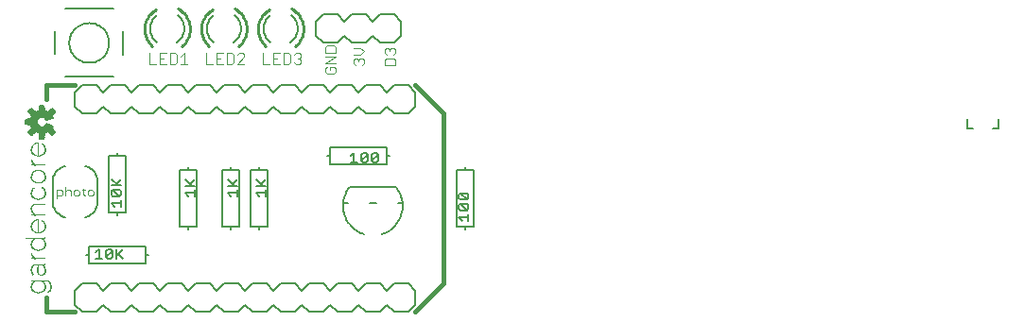
<source format=gto>
G75*
%MOIN*%
%OFA0B0*%
%FSLAX24Y24*%
%IPPOS*%
%LPD*%
%AMOC8*
5,1,8,0,0,1.08239X$1,22.5*
%
%ADD10C,0.0160*%
%ADD11C,0.0030*%
%ADD12R,0.0005X0.0080*%
%ADD13R,0.0005X0.0135*%
%ADD14R,0.0005X0.0175*%
%ADD15R,0.0005X0.0205*%
%ADD16R,0.0005X0.0075*%
%ADD17R,0.0005X0.0070*%
%ADD18R,0.0005X0.0060*%
%ADD19R,0.0005X0.0055*%
%ADD20R,0.0005X0.0050*%
%ADD21R,0.0005X0.0045*%
%ADD22R,0.0005X0.0040*%
%ADD23R,0.0005X0.0035*%
%ADD24R,0.0005X0.0030*%
%ADD25R,0.0005X0.0025*%
%ADD26R,0.0005X0.0020*%
%ADD27R,0.0005X0.0015*%
%ADD28R,0.0005X0.0065*%
%ADD29R,0.0005X0.0110*%
%ADD30R,0.0005X0.0115*%
%ADD31R,0.0005X0.0105*%
%ADD32R,0.0005X0.0140*%
%ADD33R,0.0005X0.0155*%
%ADD34R,0.0005X0.0150*%
%ADD35R,0.0005X0.0145*%
%ADD36R,0.0005X0.0165*%
%ADD37R,0.0005X0.0170*%
%ADD38R,0.0005X0.0160*%
%ADD39R,0.0005X0.0005*%
%ADD40R,0.0005X0.0475*%
%ADD41R,0.0005X0.0100*%
%ADD42R,0.0005X0.0235*%
%ADD43R,0.0005X0.0195*%
%ADD44R,0.0005X0.0180*%
%ADD45R,0.0005X0.0120*%
%ADD46C,0.0080*%
%ADD47C,0.0060*%
%ADD48C,0.0100*%
%ADD49C,0.0059*%
D10*
X001100Y001180D02*
X001100Y001680D01*
X001100Y001180D02*
X002100Y001180D01*
X014100Y001180D02*
X015100Y002180D01*
X015100Y008180D01*
X014100Y009180D01*
X002100Y009180D02*
X001100Y009180D01*
X001100Y008680D01*
D11*
X004715Y009945D02*
X004962Y009945D01*
X005083Y009945D02*
X005330Y009945D01*
X005452Y009945D02*
X005637Y009945D01*
X005699Y010007D01*
X005699Y010254D01*
X005637Y010315D01*
X005452Y010315D01*
X005452Y009945D01*
X005820Y009945D02*
X006067Y009945D01*
X005943Y009945D02*
X005943Y010315D01*
X005820Y010192D01*
X005330Y010315D02*
X005083Y010315D01*
X005083Y009945D01*
X004715Y009945D02*
X004715Y010315D01*
X005083Y010130D02*
X005207Y010130D01*
X006715Y009945D02*
X006962Y009945D01*
X007083Y009945D02*
X007330Y009945D01*
X007452Y009945D02*
X007637Y009945D01*
X007699Y010007D01*
X007699Y010254D01*
X007637Y010315D01*
X007452Y010315D01*
X007452Y009945D01*
X007820Y009945D02*
X008067Y010192D01*
X008067Y010254D01*
X008005Y010315D01*
X007882Y010315D01*
X007820Y010254D01*
X007330Y010315D02*
X007083Y010315D01*
X007083Y009945D01*
X006715Y009945D02*
X006715Y010315D01*
X007083Y010130D02*
X007207Y010130D01*
X007820Y009945D02*
X008067Y009945D01*
X008715Y009945D02*
X008962Y009945D01*
X009083Y009945D02*
X009330Y009945D01*
X009452Y009945D02*
X009637Y009945D01*
X009699Y010007D01*
X009699Y010254D01*
X009637Y010315D01*
X009452Y010315D01*
X009452Y009945D01*
X009083Y009945D02*
X009083Y010315D01*
X009330Y010315D01*
X009207Y010130D02*
X009083Y010130D01*
X008715Y010315D02*
X008715Y009945D01*
X009820Y010007D02*
X009882Y009945D01*
X010005Y009945D01*
X010067Y010007D01*
X010067Y010068D01*
X010005Y010130D01*
X009943Y010130D01*
X010005Y010130D02*
X010067Y010192D01*
X010067Y010254D01*
X010005Y010315D01*
X009882Y010315D01*
X009820Y010254D01*
X010915Y010210D02*
X011285Y010210D01*
X010915Y009963D01*
X011285Y009963D01*
X011223Y009842D02*
X011100Y009842D01*
X011100Y009718D01*
X011223Y009595D02*
X010976Y009595D01*
X010915Y009657D01*
X010915Y009780D01*
X010976Y009842D01*
X011223Y009842D02*
X011285Y009780D01*
X011285Y009657D01*
X011223Y009595D01*
X011915Y009957D02*
X011976Y009895D01*
X011915Y009957D02*
X011915Y010080D01*
X011976Y010142D01*
X012038Y010142D01*
X012100Y010080D01*
X012162Y010142D01*
X012223Y010142D01*
X012285Y010080D01*
X012285Y009957D01*
X012223Y009895D01*
X012100Y010018D02*
X012100Y010080D01*
X012162Y010263D02*
X011915Y010263D01*
X012162Y010263D02*
X012285Y010387D01*
X012162Y010510D01*
X011915Y010510D01*
X011285Y010517D02*
X011285Y010332D01*
X010915Y010332D01*
X010915Y010517D01*
X010976Y010579D01*
X011223Y010579D01*
X011285Y010517D01*
X013015Y010448D02*
X013015Y010325D01*
X013076Y010263D01*
X013076Y010142D02*
X013015Y010080D01*
X013015Y009895D01*
X013385Y009895D01*
X013385Y010080D01*
X013323Y010142D01*
X013076Y010142D01*
X013323Y010263D02*
X013385Y010325D01*
X013385Y010448D01*
X013323Y010510D01*
X013262Y010510D01*
X013200Y010448D01*
X013200Y010387D01*
X013200Y010448D02*
X013138Y010510D01*
X013076Y010510D01*
X013015Y010448D01*
X002397Y005537D02*
X002397Y005343D01*
X002446Y005295D01*
X002545Y005343D02*
X002545Y005440D01*
X002594Y005488D01*
X002691Y005488D01*
X002739Y005440D01*
X002739Y005343D01*
X002691Y005295D01*
X002594Y005295D01*
X002545Y005343D01*
X002446Y005488D02*
X002349Y005488D01*
X002248Y005440D02*
X002199Y005488D01*
X002103Y005488D01*
X002054Y005440D01*
X002054Y005343D01*
X002103Y005295D01*
X002199Y005295D01*
X002248Y005343D01*
X002248Y005440D01*
X001953Y005440D02*
X001953Y005295D01*
X001953Y005440D02*
X001905Y005488D01*
X001808Y005488D01*
X001760Y005440D01*
X001658Y005440D02*
X001658Y005343D01*
X001610Y005295D01*
X001465Y005295D01*
X001465Y005198D02*
X001465Y005488D01*
X001610Y005488D01*
X001658Y005440D01*
X001760Y005585D02*
X001760Y005295D01*
D12*
X000595Y006518D03*
X000595Y003208D03*
X000790Y002663D03*
X001280Y002063D03*
D13*
X001275Y002060D03*
X000580Y004820D03*
D14*
X000585Y004185D03*
X001065Y004195D03*
X001065Y002625D03*
X001270Y002060D03*
X001065Y006905D03*
X000585Y006895D03*
D15*
X001265Y002060D03*
D16*
X001260Y001985D03*
X000810Y002580D03*
X000820Y002805D03*
D17*
X001060Y002693D03*
X001080Y002618D03*
X001260Y002143D03*
X000590Y003213D03*
X000570Y005368D03*
X000590Y006523D03*
D18*
X000590Y006828D03*
X001060Y006838D03*
X001080Y006903D03*
X001060Y006008D03*
X001080Y005943D03*
X001060Y005878D03*
X000590Y005878D03*
X000570Y005943D03*
X000590Y006008D03*
X000590Y005298D03*
X000570Y004823D03*
X000590Y004758D03*
X001080Y004193D03*
X001060Y004128D03*
X000590Y004118D03*
X000590Y003623D03*
X000570Y003563D03*
X000590Y003498D03*
X001060Y003633D03*
X000570Y002663D03*
X001060Y002133D03*
X001255Y001968D03*
X000590Y001998D03*
X000570Y002063D03*
D19*
X000590Y002125D03*
X001255Y002160D03*
X001060Y002555D03*
X000815Y002560D03*
X000595Y002580D03*
X000590Y002725D03*
X000825Y002815D03*
X001055Y002710D03*
X000585Y003220D03*
X001055Y003645D03*
X000595Y004270D03*
X000595Y005450D03*
X001055Y005450D03*
X000585Y006530D03*
X000595Y006980D03*
D20*
X000595Y006813D03*
X001055Y006823D03*
X001055Y006988D03*
X000605Y006483D03*
X000595Y006023D03*
X000595Y005863D03*
X001055Y005863D03*
X001050Y005463D03*
X000595Y005283D03*
X000590Y004883D03*
X000595Y004743D03*
X001055Y004278D03*
X001055Y004113D03*
X000595Y004103D03*
X000595Y003638D03*
X000595Y003483D03*
X000605Y003173D03*
X000600Y002568D03*
X001055Y002148D03*
X000595Y001983D03*
X001250Y001953D03*
D21*
X001245Y001945D03*
X001055Y001990D03*
X001050Y002160D03*
X000970Y002260D03*
X001250Y002170D03*
X000595Y002140D03*
X000600Y001970D03*
X000605Y002555D03*
X000820Y002545D03*
X001050Y002725D03*
X000990Y002820D03*
X000600Y002750D03*
X000595Y002740D03*
X000700Y003060D03*
X000610Y003160D03*
X000600Y003470D03*
X000600Y003650D03*
X001050Y003660D03*
X001055Y003490D03*
X001050Y004100D03*
X001050Y004290D03*
X000705Y004610D03*
X000700Y004610D03*
X000605Y004720D03*
X000600Y004730D03*
X000600Y005270D03*
X001055Y005290D03*
X001045Y005475D03*
X000600Y005465D03*
X000600Y005850D03*
X000600Y006035D03*
X001055Y006020D03*
X000700Y006370D03*
X000610Y006470D03*
X001050Y006810D03*
X001050Y007000D03*
D22*
X001045Y007008D03*
X000605Y007003D03*
X000600Y006993D03*
X000600Y006803D03*
X000605Y006793D03*
X001045Y006798D03*
X000615Y006463D03*
X000620Y006453D03*
X000705Y006368D03*
X000710Y006368D03*
X000605Y006043D03*
X001045Y006043D03*
X001050Y006033D03*
X001050Y005853D03*
X000605Y005843D03*
X000610Y005483D03*
X000605Y005473D03*
X001035Y005493D03*
X001040Y005483D03*
X001050Y005278D03*
X001045Y005268D03*
X000595Y004893D03*
X000610Y004713D03*
X000615Y004703D03*
X000710Y004608D03*
X000715Y004608D03*
X000605Y004293D03*
X000600Y004283D03*
X000600Y004093D03*
X000605Y004083D03*
X001045Y004088D03*
X001045Y004298D03*
X000970Y003763D03*
X001040Y003678D03*
X001045Y003668D03*
X001050Y003478D03*
X001045Y003468D03*
X000605Y003658D03*
X000690Y003763D03*
X000695Y003763D03*
X000615Y003153D03*
X000620Y003143D03*
X000705Y003058D03*
X000710Y003058D03*
X000830Y002823D03*
X000980Y002823D03*
X000985Y002823D03*
X001040Y002748D03*
X001045Y002738D03*
X000605Y002758D03*
X000610Y002548D03*
X000615Y002538D03*
X000620Y002528D03*
X000825Y002533D03*
X001050Y002533D03*
X001055Y002543D03*
X000965Y002263D03*
X001040Y002178D03*
X001045Y002168D03*
X001050Y001978D03*
X001045Y001968D03*
X001240Y001933D03*
X001245Y002183D03*
X001240Y002193D03*
X000695Y002263D03*
X000690Y002263D03*
X000600Y002153D03*
D23*
X000605Y002160D03*
X000610Y002170D03*
X000700Y002265D03*
X000955Y002265D03*
X000960Y002265D03*
X001035Y002185D03*
X001230Y002205D03*
X001235Y002200D03*
X001235Y001925D03*
X001230Y001920D03*
X001040Y001960D03*
X001035Y001950D03*
X001030Y001945D03*
X000615Y001945D03*
X000605Y001960D03*
X000630Y002510D03*
X000625Y002520D03*
X000830Y002525D03*
X000835Y002515D03*
X001045Y002525D03*
X001035Y002755D03*
X001030Y002765D03*
X000975Y002825D03*
X000720Y003055D03*
X000715Y003055D03*
X000625Y003135D03*
X000615Y003445D03*
X000605Y003460D03*
X000610Y003670D03*
X000615Y003675D03*
X000700Y003765D03*
X000960Y003765D03*
X000965Y003765D03*
X001035Y003685D03*
X001040Y003460D03*
X001035Y003450D03*
X001030Y003445D03*
X001030Y004065D03*
X001040Y004080D03*
X000620Y004060D03*
X000610Y004075D03*
X000610Y004300D03*
X000615Y004310D03*
X001030Y004325D03*
X001035Y004320D03*
X001040Y004310D03*
X000725Y004605D03*
X000720Y004605D03*
X000650Y004660D03*
X000645Y004665D03*
X000640Y004670D03*
X000630Y004685D03*
X000625Y004690D03*
X000620Y004695D03*
X000615Y005245D03*
X000605Y005260D03*
X001030Y005245D03*
X001035Y005250D03*
X001040Y005260D03*
X001030Y005500D03*
X001025Y005505D03*
X000620Y005495D03*
X000615Y005490D03*
X000615Y005825D03*
X000610Y005835D03*
X001035Y005825D03*
X001045Y005840D03*
X001040Y006050D03*
X001035Y006060D03*
X000615Y006060D03*
X000610Y006050D03*
X000715Y006365D03*
X000720Y006365D03*
X000625Y006445D03*
X000620Y006770D03*
X000610Y006785D03*
X001030Y006775D03*
X001040Y006790D03*
X001040Y007020D03*
X001035Y007030D03*
X001030Y007035D03*
X000615Y007020D03*
X000610Y007010D03*
X000610Y002765D03*
D24*
X000615Y002773D03*
X000620Y002778D03*
X000625Y002783D03*
X000630Y002788D03*
X000965Y002828D03*
X000970Y002828D03*
X001020Y002778D03*
X001025Y002773D03*
X001055Y002843D03*
X000735Y003053D03*
X000730Y003053D03*
X000725Y003053D03*
X000655Y003103D03*
X000650Y003108D03*
X000645Y003113D03*
X000640Y003118D03*
X000635Y003123D03*
X000630Y003128D03*
X000580Y003233D03*
X000630Y003428D03*
X000625Y003433D03*
X000620Y003438D03*
X000610Y003453D03*
X000620Y003683D03*
X000625Y003693D03*
X000630Y003698D03*
X000635Y003703D03*
X000705Y003768D03*
X000710Y003768D03*
X000950Y003768D03*
X000955Y003768D03*
X001005Y003723D03*
X001010Y003718D03*
X001015Y003713D03*
X001020Y003708D03*
X001025Y003698D03*
X001030Y003693D03*
X001055Y003783D03*
X001015Y004048D03*
X001020Y004053D03*
X001025Y004058D03*
X001035Y004073D03*
X000645Y004033D03*
X000640Y004038D03*
X000635Y004043D03*
X000630Y004048D03*
X000625Y004053D03*
X000615Y004068D03*
X000620Y004318D03*
X000625Y004323D03*
X000630Y004328D03*
X001005Y004353D03*
X001010Y004348D03*
X001015Y004343D03*
X001020Y004338D03*
X001025Y004333D03*
X000735Y004603D03*
X000730Y004603D03*
X000675Y004638D03*
X000670Y004643D03*
X000665Y004648D03*
X000660Y004653D03*
X000655Y004658D03*
X000635Y004678D03*
X000600Y004903D03*
X000605Y004908D03*
X000630Y005228D03*
X000625Y005233D03*
X000620Y005238D03*
X000610Y005253D03*
X001015Y005228D03*
X001020Y005233D03*
X001025Y005238D03*
X001020Y005513D03*
X001015Y005518D03*
X001010Y005523D03*
X000640Y005518D03*
X000635Y005513D03*
X000630Y005508D03*
X000625Y005503D03*
X000630Y005808D03*
X000625Y005813D03*
X000620Y005818D03*
X001025Y005813D03*
X001030Y005818D03*
X001040Y005833D03*
X001030Y006068D03*
X001025Y006073D03*
X000630Y006078D03*
X000625Y006073D03*
X000620Y006068D03*
X000725Y006363D03*
X000730Y006363D03*
X000735Y006363D03*
X000655Y006413D03*
X000650Y006418D03*
X000645Y006423D03*
X000640Y006428D03*
X000635Y006433D03*
X000630Y006438D03*
X000580Y006543D03*
X000645Y006743D03*
X000640Y006748D03*
X000635Y006753D03*
X000630Y006758D03*
X000625Y006763D03*
X000615Y006778D03*
X001015Y006758D03*
X001020Y006763D03*
X001025Y006768D03*
X001035Y006783D03*
X001025Y007043D03*
X001020Y007048D03*
X001015Y007053D03*
X001010Y007058D03*
X001005Y007063D03*
X000630Y007038D03*
X000625Y007033D03*
X000620Y007028D03*
X001025Y003438D03*
X001020Y003433D03*
X001015Y003428D03*
X001040Y002518D03*
X001035Y002513D03*
X000845Y002503D03*
X000840Y002508D03*
X000635Y002503D03*
X000705Y002268D03*
X000710Y002268D03*
X000625Y002193D03*
X000620Y002183D03*
X000615Y002178D03*
X000945Y002268D03*
X000950Y002268D03*
X001005Y002223D03*
X001010Y002218D03*
X001015Y002213D03*
X001020Y002208D03*
X001025Y002198D03*
X001030Y002193D03*
X001215Y002223D03*
X001220Y002218D03*
X001225Y002213D03*
X001225Y001913D03*
X001220Y001908D03*
X001025Y001938D03*
X001020Y001933D03*
X001015Y001928D03*
X000625Y001933D03*
X000620Y001938D03*
X000610Y001953D03*
D25*
X000630Y001925D03*
X000635Y001920D03*
X000640Y001915D03*
X000645Y001910D03*
X000650Y001905D03*
X000660Y001900D03*
X000665Y001895D03*
X000670Y001890D03*
X000680Y001885D03*
X000685Y001880D03*
X000695Y001875D03*
X000705Y001870D03*
X000730Y001860D03*
X000940Y001870D03*
X000950Y001875D03*
X000965Y001885D03*
X000975Y001890D03*
X000980Y001895D03*
X000985Y001900D03*
X000995Y001905D03*
X001000Y001910D03*
X001005Y001915D03*
X001010Y001920D03*
X001170Y001865D03*
X001180Y001870D03*
X001185Y001875D03*
X001195Y001880D03*
X001200Y001885D03*
X001205Y001890D03*
X001210Y001895D03*
X001215Y001900D03*
X000640Y002210D03*
X000635Y002205D03*
X000630Y002200D03*
X000645Y002215D03*
X000650Y002220D03*
X000715Y002270D03*
X000720Y002270D03*
X000725Y002270D03*
X000930Y002270D03*
X000935Y002270D03*
X000940Y002270D03*
X000980Y002245D03*
X000985Y002240D03*
X000990Y002235D03*
X000995Y002230D03*
X001000Y002225D03*
X001190Y002245D03*
X001195Y002240D03*
X001200Y002240D03*
X001205Y002235D03*
X001210Y002230D03*
X001015Y002490D03*
X001020Y002495D03*
X001025Y002500D03*
X001030Y002505D03*
X001005Y002485D03*
X000870Y002480D03*
X000860Y002485D03*
X000855Y002490D03*
X000850Y002495D03*
X001015Y002785D03*
X001010Y002790D03*
X001005Y002795D03*
X001000Y002800D03*
X000995Y002805D03*
X000960Y002830D03*
X000955Y002830D03*
X001060Y002845D03*
X000835Y002830D03*
X000685Y002820D03*
X000675Y002815D03*
X000665Y002810D03*
X000655Y002805D03*
X000650Y002805D03*
X000645Y002800D03*
X000640Y002795D03*
X000635Y002790D03*
X000740Y003050D03*
X000745Y003050D03*
X000750Y003050D03*
X000685Y003080D03*
X000675Y003085D03*
X000670Y003090D03*
X000665Y003095D03*
X000660Y003100D03*
X000705Y003370D03*
X000695Y003375D03*
X000685Y003380D03*
X000680Y003385D03*
X000670Y003390D03*
X000665Y003395D03*
X000660Y003400D03*
X000650Y003405D03*
X000645Y003410D03*
X000640Y003415D03*
X000635Y003420D03*
X000940Y003370D03*
X000950Y003375D03*
X000965Y003385D03*
X000975Y003390D03*
X000980Y003395D03*
X000985Y003400D03*
X000995Y003405D03*
X001000Y003410D03*
X001005Y003415D03*
X001010Y003420D03*
X000980Y003745D03*
X000945Y003770D03*
X000940Y003770D03*
X000935Y003770D03*
X001060Y003785D03*
X000720Y003770D03*
X000715Y003770D03*
X000650Y003720D03*
X000645Y003715D03*
X000640Y003710D03*
X000700Y003995D03*
X000690Y004000D03*
X000680Y004005D03*
X000675Y004010D03*
X000665Y004015D03*
X000660Y004020D03*
X000655Y004025D03*
X000650Y004030D03*
X000930Y003985D03*
X000940Y003990D03*
X000950Y003995D03*
X000965Y004005D03*
X000970Y004010D03*
X000975Y004010D03*
X000980Y004015D03*
X000985Y004020D03*
X000990Y004025D03*
X000995Y004025D03*
X001000Y004030D03*
X001005Y004035D03*
X001010Y004040D03*
X001000Y004355D03*
X000995Y004360D03*
X000990Y004365D03*
X000975Y004375D03*
X000965Y004380D03*
X000720Y004395D03*
X000710Y004390D03*
X000700Y004385D03*
X000690Y004380D03*
X000680Y004375D03*
X000675Y004370D03*
X000670Y004365D03*
X000665Y004365D03*
X000660Y004360D03*
X000655Y004355D03*
X000650Y004350D03*
X000645Y004345D03*
X000640Y004340D03*
X000635Y004335D03*
X000740Y004600D03*
X000745Y004600D03*
X000750Y004600D03*
X000695Y004625D03*
X000690Y004630D03*
X000685Y004630D03*
X000680Y004635D03*
X000610Y004915D03*
X000615Y004920D03*
X000620Y004925D03*
X000625Y004930D03*
X000630Y004930D03*
X000635Y004935D03*
X000645Y004940D03*
X000730Y005160D03*
X000705Y005170D03*
X000695Y005175D03*
X000680Y005185D03*
X000670Y005190D03*
X000665Y005195D03*
X000660Y005200D03*
X000650Y005205D03*
X000645Y005210D03*
X000640Y005215D03*
X000635Y005220D03*
X000940Y005170D03*
X000950Y005175D03*
X000965Y005185D03*
X000975Y005190D03*
X000980Y005195D03*
X000985Y005200D03*
X000995Y005205D03*
X001000Y005210D03*
X001005Y005215D03*
X001010Y005220D03*
X001005Y005525D03*
X001000Y005530D03*
X000995Y005535D03*
X000990Y005540D03*
X000980Y005545D03*
X000970Y005550D03*
X000915Y005735D03*
X000900Y005730D03*
X000885Y005725D03*
X000930Y005740D03*
X000940Y005745D03*
X000950Y005750D03*
X000960Y005755D03*
X000965Y005760D03*
X000975Y005765D03*
X000980Y005770D03*
X000990Y005775D03*
X000995Y005780D03*
X001000Y005785D03*
X001005Y005790D03*
X001010Y005795D03*
X001015Y005800D03*
X001020Y005805D03*
X000720Y005740D03*
X000710Y005745D03*
X000700Y005750D03*
X000690Y005755D03*
X000685Y005760D03*
X000680Y005760D03*
X000675Y005765D03*
X000670Y005770D03*
X000660Y005775D03*
X000655Y005780D03*
X000650Y005785D03*
X000645Y005790D03*
X000640Y005795D03*
X000635Y005800D03*
X000665Y005535D03*
X000655Y005530D03*
X000650Y005525D03*
X000645Y005520D03*
X000635Y006085D03*
X000640Y006090D03*
X000645Y006095D03*
X000650Y006100D03*
X000655Y006105D03*
X000660Y006110D03*
X000670Y006115D03*
X000675Y006120D03*
X000685Y006125D03*
X000690Y006130D03*
X000700Y006135D03*
X000710Y006140D03*
X000930Y006145D03*
X000940Y006140D03*
X000950Y006135D03*
X000960Y006130D03*
X000975Y006120D03*
X000980Y006115D03*
X000990Y006110D03*
X000995Y006105D03*
X001000Y006100D03*
X001005Y006095D03*
X001010Y006090D03*
X001015Y006085D03*
X001020Y006080D03*
X000750Y006360D03*
X000745Y006360D03*
X000740Y006360D03*
X000685Y006390D03*
X000675Y006395D03*
X000670Y006400D03*
X000665Y006405D03*
X000660Y006410D03*
X000700Y006705D03*
X000690Y006710D03*
X000680Y006715D03*
X000675Y006720D03*
X000665Y006725D03*
X000660Y006730D03*
X000655Y006735D03*
X000650Y006740D03*
X000930Y006695D03*
X000940Y006700D03*
X000950Y006705D03*
X000965Y006715D03*
X000970Y006720D03*
X000975Y006720D03*
X000980Y006725D03*
X000985Y006730D03*
X000990Y006735D03*
X000995Y006735D03*
X001000Y006740D03*
X001005Y006745D03*
X001010Y006750D03*
X001000Y007065D03*
X000995Y007070D03*
X000990Y007075D03*
X000975Y007085D03*
X000965Y007090D03*
X000720Y007105D03*
X000710Y007100D03*
X000700Y007095D03*
X000690Y007090D03*
X000680Y007085D03*
X000675Y007080D03*
X000670Y007075D03*
X000665Y007075D03*
X000660Y007070D03*
X000655Y007065D03*
X000650Y007060D03*
X000645Y007055D03*
X000640Y007050D03*
X000635Y007045D03*
D26*
X000685Y007088D03*
X000695Y007093D03*
X000705Y007098D03*
X000715Y007103D03*
X000725Y007108D03*
X000730Y007108D03*
X000735Y007113D03*
X000740Y007113D03*
X000745Y007113D03*
X000750Y007118D03*
X000755Y007118D03*
X000760Y007118D03*
X000765Y007118D03*
X000770Y007123D03*
X000775Y007123D03*
X000780Y007123D03*
X000785Y007123D03*
X000790Y007123D03*
X000800Y007128D03*
X000805Y007128D03*
X000810Y007128D03*
X000815Y007128D03*
X000970Y007088D03*
X000980Y007083D03*
X000985Y007078D03*
X000960Y006713D03*
X000955Y006708D03*
X000945Y006703D03*
X000935Y006698D03*
X000925Y006693D03*
X000920Y006693D03*
X000915Y006688D03*
X000910Y006688D03*
X000905Y006688D03*
X000900Y006683D03*
X000895Y006683D03*
X000890Y006683D03*
X000885Y006683D03*
X000880Y006678D03*
X000875Y006678D03*
X000870Y006678D03*
X000865Y006678D03*
X000855Y006673D03*
X000850Y006673D03*
X000845Y006673D03*
X000840Y006673D03*
X000815Y006673D03*
X000810Y006673D03*
X000805Y006673D03*
X000790Y006678D03*
X000785Y006678D03*
X000780Y006678D03*
X000775Y006678D03*
X000765Y006683D03*
X000760Y006683D03*
X000755Y006683D03*
X000750Y006683D03*
X000745Y006688D03*
X000740Y006688D03*
X000735Y006688D03*
X000730Y006693D03*
X000725Y006693D03*
X000720Y006698D03*
X000715Y006698D03*
X000710Y006698D03*
X000705Y006703D03*
X000695Y006708D03*
X000685Y006713D03*
X000670Y006723D03*
X000680Y006393D03*
X000690Y006388D03*
X000695Y006383D03*
X000695Y006358D03*
X000690Y006358D03*
X000685Y006358D03*
X000680Y006358D03*
X000675Y006358D03*
X000670Y006358D03*
X000665Y006358D03*
X000660Y006358D03*
X000655Y006358D03*
X000650Y006358D03*
X000645Y006358D03*
X000640Y006358D03*
X000635Y006358D03*
X000630Y006358D03*
X000625Y006358D03*
X000620Y006358D03*
X000615Y006358D03*
X000610Y006358D03*
X000605Y006358D03*
X000600Y006358D03*
X000595Y006358D03*
X000590Y006358D03*
X000585Y006358D03*
X000580Y006358D03*
X000755Y006358D03*
X000760Y006358D03*
X000765Y006358D03*
X000770Y006358D03*
X000775Y006358D03*
X000780Y006358D03*
X000785Y006358D03*
X000790Y006358D03*
X000795Y006358D03*
X000800Y006358D03*
X000805Y006358D03*
X000810Y006358D03*
X000815Y006358D03*
X000820Y006358D03*
X000825Y006358D03*
X000830Y006358D03*
X000835Y006358D03*
X000840Y006358D03*
X000845Y006358D03*
X000850Y006358D03*
X000855Y006358D03*
X000860Y006358D03*
X000865Y006358D03*
X000870Y006358D03*
X000875Y006358D03*
X000880Y006358D03*
X000885Y006358D03*
X000890Y006358D03*
X000895Y006358D03*
X000900Y006358D03*
X000905Y006358D03*
X000910Y006358D03*
X000915Y006358D03*
X000920Y006358D03*
X000925Y006358D03*
X000930Y006358D03*
X000935Y006358D03*
X000940Y006358D03*
X000945Y006358D03*
X000950Y006358D03*
X000955Y006358D03*
X000960Y006358D03*
X000965Y006358D03*
X000970Y006358D03*
X000975Y006358D03*
X000980Y006358D03*
X000985Y006358D03*
X000990Y006358D03*
X000995Y006358D03*
X001000Y006358D03*
X001005Y006358D03*
X001010Y006358D03*
X001015Y006358D03*
X001020Y006358D03*
X001025Y006358D03*
X001030Y006358D03*
X001035Y006358D03*
X001040Y006358D03*
X001045Y006358D03*
X001050Y006358D03*
X001055Y006358D03*
X001060Y006358D03*
X001065Y006358D03*
X001070Y006358D03*
X000935Y006143D03*
X000925Y006148D03*
X000920Y006148D03*
X000915Y006153D03*
X000910Y006153D03*
X000905Y006153D03*
X000900Y006158D03*
X000895Y006158D03*
X000890Y006158D03*
X000885Y006163D03*
X000880Y006163D03*
X000875Y006163D03*
X000870Y006163D03*
X000865Y006163D03*
X000855Y006168D03*
X000850Y006168D03*
X000845Y006168D03*
X000840Y006168D03*
X000835Y006168D03*
X000830Y006168D03*
X000825Y006168D03*
X000820Y006168D03*
X000815Y006168D03*
X000810Y006168D03*
X000805Y006168D03*
X000800Y006168D03*
X000785Y006163D03*
X000780Y006163D03*
X000775Y006163D03*
X000770Y006163D03*
X000760Y006158D03*
X000755Y006158D03*
X000750Y006158D03*
X000745Y006153D03*
X000740Y006153D03*
X000735Y006153D03*
X000730Y006148D03*
X000725Y006148D03*
X000720Y006143D03*
X000715Y006143D03*
X000705Y006138D03*
X000695Y006133D03*
X000680Y006123D03*
X000665Y006113D03*
X000945Y006138D03*
X000955Y006133D03*
X000965Y006128D03*
X000970Y006123D03*
X000985Y006113D03*
X000985Y005773D03*
X000970Y005763D03*
X000955Y005753D03*
X000945Y005748D03*
X000935Y005743D03*
X000925Y005738D03*
X000920Y005738D03*
X000910Y005733D03*
X000905Y005733D03*
X000895Y005728D03*
X000890Y005728D03*
X000880Y005723D03*
X000875Y005723D03*
X000870Y005723D03*
X000865Y005723D03*
X000860Y005723D03*
X000855Y005718D03*
X000850Y005718D03*
X000845Y005718D03*
X000840Y005718D03*
X000835Y005718D03*
X000830Y005718D03*
X000825Y005718D03*
X000820Y005718D03*
X000815Y005718D03*
X000810Y005718D03*
X000805Y005718D03*
X000800Y005718D03*
X000795Y005718D03*
X000785Y005723D03*
X000780Y005723D03*
X000775Y005723D03*
X000770Y005723D03*
X000760Y005728D03*
X000755Y005728D03*
X000750Y005728D03*
X000745Y005733D03*
X000740Y005733D03*
X000735Y005733D03*
X000730Y005738D03*
X000725Y005738D03*
X000715Y005743D03*
X000705Y005748D03*
X000695Y005753D03*
X000665Y005773D03*
X000675Y005543D03*
X000680Y005543D03*
X000670Y005538D03*
X000660Y005533D03*
X000965Y005553D03*
X000975Y005548D03*
X000985Y005543D03*
X000990Y005203D03*
X000970Y005188D03*
X000960Y005183D03*
X000955Y005178D03*
X000945Y005173D03*
X000935Y005168D03*
X000930Y005168D03*
X000925Y005163D03*
X000920Y005163D03*
X000915Y005158D03*
X000910Y005158D03*
X000905Y005158D03*
X000900Y005153D03*
X000895Y005153D03*
X000890Y005153D03*
X000880Y005148D03*
X000875Y005148D03*
X000870Y005148D03*
X000865Y005148D03*
X000855Y005143D03*
X000850Y005143D03*
X000845Y005143D03*
X000840Y005143D03*
X000835Y005143D03*
X000830Y005143D03*
X000825Y005143D03*
X000820Y005143D03*
X000815Y005143D03*
X000810Y005143D03*
X000805Y005143D03*
X000800Y005143D03*
X000795Y005143D03*
X000785Y005148D03*
X000780Y005148D03*
X000775Y005148D03*
X000770Y005148D03*
X000765Y005148D03*
X000760Y005153D03*
X000755Y005153D03*
X000750Y005153D03*
X000745Y005153D03*
X000740Y005158D03*
X000735Y005158D03*
X000725Y005163D03*
X000720Y005163D03*
X000715Y005168D03*
X000710Y005168D03*
X000700Y005173D03*
X000690Y005178D03*
X000685Y005183D03*
X000675Y005188D03*
X000655Y005203D03*
X000700Y004958D03*
X000705Y004958D03*
X000710Y004958D03*
X000715Y004958D03*
X000720Y004958D03*
X000725Y004958D03*
X000740Y004963D03*
X000745Y004963D03*
X000750Y004963D03*
X000755Y004963D03*
X000760Y004963D03*
X000765Y004963D03*
X000770Y004963D03*
X000775Y004963D03*
X000780Y004963D03*
X000785Y004963D03*
X000790Y004963D03*
X000795Y004963D03*
X000800Y004963D03*
X000805Y004963D03*
X000810Y004963D03*
X000815Y004963D03*
X000820Y004963D03*
X000825Y004963D03*
X000830Y004963D03*
X000835Y004963D03*
X000840Y004963D03*
X000845Y004963D03*
X000850Y004963D03*
X000855Y004963D03*
X000860Y004963D03*
X000865Y004963D03*
X000870Y004963D03*
X000875Y004963D03*
X000880Y004963D03*
X000885Y004963D03*
X000890Y004963D03*
X000895Y004963D03*
X000900Y004963D03*
X000905Y004963D03*
X000910Y004963D03*
X000915Y004963D03*
X000920Y004963D03*
X000925Y004963D03*
X000930Y004963D03*
X000935Y004963D03*
X000940Y004963D03*
X000945Y004963D03*
X000950Y004963D03*
X000955Y004963D03*
X000960Y004963D03*
X000965Y004963D03*
X000970Y004963D03*
X000975Y004963D03*
X000980Y004963D03*
X000985Y004963D03*
X000990Y004963D03*
X000995Y004963D03*
X001000Y004963D03*
X001005Y004963D03*
X001010Y004963D03*
X001015Y004963D03*
X001020Y004963D03*
X001025Y004963D03*
X001030Y004963D03*
X001035Y004963D03*
X001040Y004963D03*
X001045Y004963D03*
X001050Y004963D03*
X001055Y004963D03*
X001060Y004963D03*
X001065Y004963D03*
X001070Y004963D03*
X000695Y004953D03*
X000690Y004953D03*
X000685Y004953D03*
X000680Y004953D03*
X000675Y004953D03*
X000670Y004948D03*
X000665Y004948D03*
X000660Y004948D03*
X000655Y004943D03*
X000650Y004943D03*
X000640Y004938D03*
X000640Y004598D03*
X000635Y004598D03*
X000630Y004598D03*
X000625Y004598D03*
X000620Y004598D03*
X000615Y004598D03*
X000610Y004598D03*
X000605Y004598D03*
X000600Y004598D03*
X000595Y004598D03*
X000590Y004598D03*
X000585Y004598D03*
X000580Y004598D03*
X000645Y004598D03*
X000650Y004598D03*
X000655Y004598D03*
X000660Y004598D03*
X000665Y004598D03*
X000670Y004598D03*
X000675Y004598D03*
X000680Y004598D03*
X000685Y004598D03*
X000690Y004598D03*
X000695Y004598D03*
X000755Y004598D03*
X000760Y004598D03*
X000765Y004598D03*
X000770Y004598D03*
X000775Y004598D03*
X000780Y004598D03*
X000785Y004598D03*
X000790Y004598D03*
X000795Y004598D03*
X000800Y004598D03*
X000805Y004598D03*
X000810Y004598D03*
X000815Y004598D03*
X000820Y004598D03*
X000825Y004598D03*
X000830Y004598D03*
X000835Y004598D03*
X000840Y004598D03*
X000845Y004598D03*
X000850Y004598D03*
X000855Y004598D03*
X000860Y004598D03*
X000865Y004598D03*
X000870Y004598D03*
X000875Y004598D03*
X000880Y004598D03*
X000885Y004598D03*
X000890Y004598D03*
X000895Y004598D03*
X000900Y004598D03*
X000905Y004598D03*
X000910Y004598D03*
X000915Y004598D03*
X000920Y004598D03*
X000925Y004598D03*
X000930Y004598D03*
X000935Y004598D03*
X000940Y004598D03*
X000945Y004598D03*
X000950Y004598D03*
X000955Y004598D03*
X000960Y004598D03*
X000965Y004598D03*
X000970Y004598D03*
X000975Y004598D03*
X000980Y004598D03*
X000985Y004598D03*
X000990Y004598D03*
X000995Y004598D03*
X001000Y004598D03*
X001005Y004598D03*
X001010Y004598D03*
X001015Y004598D03*
X001020Y004598D03*
X001025Y004598D03*
X001030Y004598D03*
X001035Y004598D03*
X001040Y004598D03*
X001045Y004598D03*
X001050Y004598D03*
X001055Y004598D03*
X001060Y004598D03*
X001065Y004598D03*
X001070Y004598D03*
X000970Y004378D03*
X000980Y004373D03*
X000985Y004368D03*
X000815Y004418D03*
X000810Y004418D03*
X000805Y004418D03*
X000800Y004418D03*
X000790Y004413D03*
X000785Y004413D03*
X000780Y004413D03*
X000775Y004413D03*
X000770Y004413D03*
X000765Y004408D03*
X000760Y004408D03*
X000755Y004408D03*
X000750Y004408D03*
X000745Y004403D03*
X000740Y004403D03*
X000735Y004403D03*
X000730Y004398D03*
X000725Y004398D03*
X000715Y004393D03*
X000705Y004388D03*
X000695Y004383D03*
X000685Y004378D03*
X000670Y004013D03*
X000685Y004003D03*
X000695Y003998D03*
X000705Y003993D03*
X000710Y003988D03*
X000715Y003988D03*
X000720Y003988D03*
X000725Y003983D03*
X000730Y003983D03*
X000735Y003978D03*
X000740Y003978D03*
X000745Y003978D03*
X000750Y003973D03*
X000755Y003973D03*
X000760Y003973D03*
X000765Y003973D03*
X000775Y003968D03*
X000780Y003968D03*
X000785Y003968D03*
X000790Y003968D03*
X000805Y003963D03*
X000810Y003963D03*
X000815Y003963D03*
X000840Y003963D03*
X000845Y003963D03*
X000850Y003963D03*
X000855Y003963D03*
X000865Y003968D03*
X000870Y003968D03*
X000875Y003968D03*
X000880Y003968D03*
X000885Y003973D03*
X000890Y003973D03*
X000895Y003973D03*
X000900Y003973D03*
X000905Y003978D03*
X000910Y003978D03*
X000915Y003978D03*
X000920Y003983D03*
X000925Y003983D03*
X000935Y003988D03*
X000945Y003993D03*
X000955Y003998D03*
X000960Y004003D03*
X000975Y003773D03*
X000980Y003773D03*
X000985Y003773D03*
X000990Y003773D03*
X000995Y003773D03*
X001000Y003773D03*
X001005Y003773D03*
X001010Y003773D03*
X001015Y003773D03*
X001020Y003773D03*
X001025Y003773D03*
X001030Y003773D03*
X001035Y003773D03*
X001040Y003773D03*
X001045Y003773D03*
X001050Y003778D03*
X001065Y003788D03*
X001000Y003728D03*
X000995Y003733D03*
X000990Y003738D03*
X000985Y003743D03*
X000975Y003748D03*
X000930Y003773D03*
X000925Y003773D03*
X000920Y003773D03*
X000915Y003773D03*
X000910Y003773D03*
X000905Y003773D03*
X000900Y003773D03*
X000895Y003773D03*
X000890Y003773D03*
X000885Y003773D03*
X000880Y003773D03*
X000875Y003773D03*
X000870Y003773D03*
X000865Y003773D03*
X000860Y003773D03*
X000855Y003773D03*
X000850Y003773D03*
X000845Y003773D03*
X000840Y003773D03*
X000835Y003773D03*
X000830Y003773D03*
X000825Y003773D03*
X000820Y003773D03*
X000815Y003773D03*
X000810Y003773D03*
X000805Y003773D03*
X000800Y003773D03*
X000795Y003773D03*
X000790Y003773D03*
X000785Y003773D03*
X000780Y003773D03*
X000775Y003773D03*
X000770Y003773D03*
X000765Y003773D03*
X000760Y003773D03*
X000755Y003773D03*
X000750Y003773D03*
X000745Y003773D03*
X000740Y003773D03*
X000735Y003773D03*
X000730Y003773D03*
X000725Y003773D03*
X000685Y003773D03*
X000680Y003773D03*
X000675Y003773D03*
X000670Y003773D03*
X000665Y003773D03*
X000660Y003773D03*
X000655Y003773D03*
X000650Y003773D03*
X000645Y003773D03*
X000640Y003773D03*
X000635Y003773D03*
X000630Y003773D03*
X000625Y003773D03*
X000620Y003773D03*
X000615Y003773D03*
X000610Y003773D03*
X000605Y003773D03*
X000600Y003773D03*
X000595Y003773D03*
X000590Y003773D03*
X000585Y003773D03*
X000580Y003773D03*
X000575Y003773D03*
X000570Y003773D03*
X000565Y003773D03*
X000560Y003773D03*
X000555Y003773D03*
X000550Y003773D03*
X000545Y003773D03*
X000540Y003773D03*
X000535Y003773D03*
X000530Y003773D03*
X000525Y003773D03*
X000520Y003773D03*
X000515Y003773D03*
X000510Y003773D03*
X000505Y003773D03*
X000500Y003773D03*
X000495Y003773D03*
X000490Y003773D03*
X000485Y003773D03*
X000480Y003773D03*
X000475Y003773D03*
X000470Y003773D03*
X000465Y003773D03*
X000460Y003773D03*
X000455Y003773D03*
X000450Y003773D03*
X000445Y003773D03*
X000440Y003773D03*
X000435Y003773D03*
X000430Y003773D03*
X000425Y003773D03*
X000420Y003773D03*
X000415Y003773D03*
X000410Y003773D03*
X000405Y003773D03*
X000400Y003773D03*
X000395Y003773D03*
X000390Y003773D03*
X000385Y003773D03*
X000380Y003773D03*
X000655Y003723D03*
X000660Y003728D03*
X000665Y003733D03*
X000670Y003738D03*
X000675Y003743D03*
X000680Y003743D03*
X000685Y003748D03*
X000655Y003403D03*
X000675Y003388D03*
X000690Y003378D03*
X000700Y003373D03*
X000710Y003368D03*
X000715Y003368D03*
X000720Y003363D03*
X000725Y003363D03*
X000730Y003358D03*
X000735Y003358D03*
X000740Y003358D03*
X000745Y003353D03*
X000750Y003353D03*
X000755Y003353D03*
X000760Y003353D03*
X000765Y003348D03*
X000770Y003348D03*
X000775Y003348D03*
X000780Y003348D03*
X000785Y003348D03*
X000795Y003343D03*
X000800Y003343D03*
X000805Y003343D03*
X000810Y003343D03*
X000815Y003343D03*
X000820Y003343D03*
X000825Y003343D03*
X000830Y003343D03*
X000835Y003343D03*
X000840Y003343D03*
X000845Y003343D03*
X000850Y003343D03*
X000855Y003343D03*
X000865Y003348D03*
X000870Y003348D03*
X000875Y003348D03*
X000880Y003348D03*
X000890Y003353D03*
X000895Y003353D03*
X000900Y003353D03*
X000905Y003358D03*
X000910Y003358D03*
X000915Y003358D03*
X000920Y003363D03*
X000925Y003363D03*
X000930Y003368D03*
X000935Y003368D03*
X000945Y003373D03*
X000955Y003378D03*
X000960Y003383D03*
X000970Y003388D03*
X000990Y003403D03*
X000690Y003078D03*
X000695Y003073D03*
X000680Y003083D03*
X000680Y003048D03*
X000675Y003048D03*
X000670Y003048D03*
X000665Y003048D03*
X000660Y003048D03*
X000655Y003048D03*
X000650Y003048D03*
X000645Y003048D03*
X000640Y003048D03*
X000635Y003048D03*
X000630Y003048D03*
X000625Y003048D03*
X000620Y003048D03*
X000615Y003048D03*
X000610Y003048D03*
X000605Y003048D03*
X000600Y003048D03*
X000595Y003048D03*
X000590Y003048D03*
X000585Y003048D03*
X000580Y003048D03*
X000685Y003048D03*
X000690Y003048D03*
X000695Y003048D03*
X000755Y003048D03*
X000760Y003048D03*
X000765Y003048D03*
X000770Y003048D03*
X000775Y003048D03*
X000780Y003048D03*
X000785Y003048D03*
X000790Y003048D03*
X000795Y003048D03*
X000800Y003048D03*
X000805Y003048D03*
X000810Y003048D03*
X000815Y003048D03*
X000820Y003048D03*
X000825Y003048D03*
X000830Y003048D03*
X000835Y003048D03*
X000840Y003048D03*
X000845Y003048D03*
X000850Y003048D03*
X000855Y003048D03*
X000860Y003048D03*
X000865Y003048D03*
X000870Y003048D03*
X000875Y003048D03*
X000880Y003048D03*
X000885Y003048D03*
X000890Y003048D03*
X000895Y003048D03*
X000900Y003048D03*
X000905Y003048D03*
X000910Y003048D03*
X000915Y003048D03*
X000920Y003048D03*
X000925Y003048D03*
X000930Y003048D03*
X000935Y003048D03*
X000940Y003048D03*
X000945Y003048D03*
X000950Y003048D03*
X000955Y003048D03*
X000960Y003048D03*
X000965Y003048D03*
X000970Y003048D03*
X000975Y003048D03*
X000980Y003048D03*
X000985Y003048D03*
X000990Y003048D03*
X000995Y003048D03*
X001000Y003048D03*
X001005Y003048D03*
X001010Y003048D03*
X001015Y003048D03*
X001020Y003048D03*
X001025Y003048D03*
X001030Y003048D03*
X001035Y003048D03*
X001040Y003048D03*
X001045Y003048D03*
X001050Y003048D03*
X001055Y003048D03*
X001060Y003048D03*
X001065Y003048D03*
X001070Y003048D03*
X001065Y002848D03*
X001050Y002838D03*
X001045Y002833D03*
X001040Y002833D03*
X001035Y002833D03*
X001030Y002833D03*
X001025Y002833D03*
X001020Y002833D03*
X001015Y002833D03*
X001010Y002833D03*
X001005Y002833D03*
X001000Y002833D03*
X000995Y002833D03*
X000950Y002833D03*
X000945Y002833D03*
X000940Y002833D03*
X000935Y002833D03*
X000930Y002833D03*
X000925Y002833D03*
X000920Y002833D03*
X000915Y002833D03*
X000910Y002833D03*
X000905Y002833D03*
X000900Y002833D03*
X000895Y002833D03*
X000890Y002833D03*
X000885Y002833D03*
X000880Y002833D03*
X000875Y002833D03*
X000870Y002833D03*
X000865Y002833D03*
X000860Y002833D03*
X000855Y002833D03*
X000850Y002833D03*
X000845Y002833D03*
X000840Y002833D03*
X000810Y002833D03*
X000805Y002833D03*
X000800Y002833D03*
X000795Y002833D03*
X000790Y002833D03*
X000785Y002833D03*
X000780Y002833D03*
X000775Y002833D03*
X000770Y002833D03*
X000765Y002833D03*
X000760Y002833D03*
X000755Y002833D03*
X000750Y002833D03*
X000745Y002833D03*
X000740Y002833D03*
X000735Y002833D03*
X000720Y002828D03*
X000715Y002828D03*
X000710Y002828D03*
X000705Y002828D03*
X000700Y002823D03*
X000695Y002823D03*
X000690Y002823D03*
X000680Y002818D03*
X000670Y002813D03*
X000660Y002808D03*
X000640Y002503D03*
X000865Y002483D03*
X000875Y002478D03*
X000880Y002473D03*
X000885Y002473D03*
X000890Y002468D03*
X000895Y002468D03*
X000900Y002468D03*
X000905Y002468D03*
X000910Y002463D03*
X000915Y002463D03*
X000920Y002463D03*
X000925Y002463D03*
X000930Y002463D03*
X000935Y002463D03*
X000940Y002463D03*
X000945Y002463D03*
X000950Y002463D03*
X000960Y002468D03*
X000965Y002468D03*
X000970Y002468D03*
X000975Y002473D03*
X000980Y002473D03*
X000985Y002473D03*
X000990Y002478D03*
X000995Y002478D03*
X001000Y002483D03*
X001010Y002488D03*
X001010Y002273D03*
X001005Y002273D03*
X001000Y002273D03*
X000995Y002273D03*
X000990Y002273D03*
X000985Y002273D03*
X000980Y002273D03*
X000975Y002273D03*
X000975Y002248D03*
X001015Y002273D03*
X001020Y002273D03*
X001025Y002273D03*
X001030Y002273D03*
X001035Y002273D03*
X001040Y002273D03*
X001045Y002273D03*
X001050Y002273D03*
X001055Y002273D03*
X001060Y002273D03*
X001065Y002273D03*
X001070Y002273D03*
X001075Y002273D03*
X001080Y002273D03*
X001085Y002273D03*
X001090Y002273D03*
X001095Y002273D03*
X001100Y002273D03*
X001105Y002273D03*
X001110Y002273D03*
X001115Y002273D03*
X001120Y002273D03*
X001130Y002268D03*
X001135Y002268D03*
X001140Y002268D03*
X001145Y002268D03*
X001150Y002263D03*
X001155Y002263D03*
X001160Y002263D03*
X001165Y002258D03*
X001170Y002258D03*
X001175Y002253D03*
X001180Y002253D03*
X001185Y002248D03*
X000925Y002273D03*
X000920Y002273D03*
X000915Y002273D03*
X000910Y002273D03*
X000905Y002273D03*
X000900Y002273D03*
X000895Y002273D03*
X000890Y002273D03*
X000885Y002273D03*
X000880Y002273D03*
X000875Y002273D03*
X000870Y002273D03*
X000865Y002273D03*
X000860Y002273D03*
X000855Y002273D03*
X000850Y002273D03*
X000845Y002273D03*
X000840Y002273D03*
X000835Y002273D03*
X000830Y002273D03*
X000825Y002273D03*
X000820Y002273D03*
X000815Y002273D03*
X000810Y002273D03*
X000805Y002273D03*
X000800Y002273D03*
X000795Y002273D03*
X000790Y002273D03*
X000785Y002273D03*
X000780Y002273D03*
X000775Y002273D03*
X000770Y002273D03*
X000765Y002273D03*
X000760Y002273D03*
X000755Y002273D03*
X000750Y002273D03*
X000745Y002273D03*
X000740Y002273D03*
X000735Y002273D03*
X000730Y002273D03*
X000685Y002273D03*
X000680Y002273D03*
X000675Y002273D03*
X000670Y002273D03*
X000665Y002273D03*
X000660Y002273D03*
X000655Y002273D03*
X000650Y002273D03*
X000645Y002273D03*
X000640Y002273D03*
X000635Y002273D03*
X000630Y002273D03*
X000625Y002273D03*
X000620Y002273D03*
X000615Y002273D03*
X000610Y002273D03*
X000605Y002273D03*
X000600Y002273D03*
X000595Y002273D03*
X000590Y002273D03*
X000585Y002273D03*
X000580Y002273D03*
X000655Y002223D03*
X000660Y002228D03*
X000665Y002233D03*
X000670Y002238D03*
X000675Y002243D03*
X000680Y002243D03*
X000685Y002248D03*
X000655Y001903D03*
X000675Y001888D03*
X000690Y001878D03*
X000700Y001873D03*
X000710Y001868D03*
X000715Y001868D03*
X000720Y001863D03*
X000725Y001863D03*
X000735Y001858D03*
X000740Y001858D03*
X000745Y001853D03*
X000750Y001853D03*
X000755Y001853D03*
X000760Y001853D03*
X000765Y001848D03*
X000770Y001848D03*
X000775Y001848D03*
X000780Y001848D03*
X000785Y001848D03*
X000795Y001843D03*
X000800Y001843D03*
X000805Y001843D03*
X000810Y001843D03*
X000815Y001843D03*
X000820Y001843D03*
X000825Y001843D03*
X000830Y001843D03*
X000835Y001843D03*
X000840Y001843D03*
X000845Y001843D03*
X000850Y001843D03*
X000855Y001843D03*
X000865Y001848D03*
X000870Y001848D03*
X000875Y001848D03*
X000880Y001848D03*
X000890Y001853D03*
X000895Y001853D03*
X000900Y001853D03*
X000905Y001858D03*
X000910Y001858D03*
X000915Y001858D03*
X000920Y001863D03*
X000925Y001863D03*
X000930Y001868D03*
X000935Y001868D03*
X000945Y001873D03*
X000955Y001878D03*
X000960Y001883D03*
X000970Y001888D03*
X000990Y001903D03*
X001165Y001863D03*
X001175Y001868D03*
X001190Y001878D03*
D27*
X000885Y001850D03*
X000860Y001845D03*
X000790Y001845D03*
X001125Y002270D03*
X000955Y002465D03*
X001070Y002850D03*
X000730Y002830D03*
X000725Y002830D03*
X000790Y003345D03*
X000860Y003345D03*
X000885Y003350D03*
X001070Y003790D03*
X000860Y003965D03*
X000800Y003965D03*
X000795Y003965D03*
X000770Y003970D03*
X000795Y004415D03*
X000735Y004960D03*
X000730Y004960D03*
X000790Y005145D03*
X000860Y005145D03*
X000885Y005150D03*
X000790Y005720D03*
X000765Y005725D03*
X000765Y006160D03*
X000790Y006165D03*
X000795Y006165D03*
X000860Y006165D03*
X000860Y006675D03*
X000800Y006675D03*
X000795Y006675D03*
X000770Y006680D03*
X000795Y007125D03*
D28*
X000590Y006965D03*
X000570Y006895D03*
X001060Y006970D03*
X000600Y006500D03*
X000590Y005435D03*
X001060Y005435D03*
X001080Y005370D03*
X001060Y005305D03*
X001060Y004260D03*
X000590Y004255D03*
X000570Y004185D03*
X001080Y003570D03*
X001060Y003505D03*
X000600Y003190D03*
X000590Y002595D03*
X001080Y002070D03*
X001060Y002005D03*
D29*
X001075Y002068D03*
X001075Y002623D03*
X000575Y002663D03*
X001075Y003568D03*
X000575Y005943D03*
D30*
X001075Y005370D03*
X001075Y004195D03*
X000575Y004185D03*
X000575Y006895D03*
X001075Y006905D03*
D31*
X001075Y005940D03*
X000575Y004825D03*
X000575Y003560D03*
X000575Y002060D03*
D32*
X000580Y002063D03*
X001070Y002068D03*
X001070Y003568D03*
X000580Y003563D03*
X000580Y005943D03*
X001070Y005943D03*
D33*
X000795Y002665D03*
X001070Y002625D03*
D34*
X001070Y004193D03*
X000580Y004188D03*
X000580Y005368D03*
X000580Y006898D03*
X001070Y006903D03*
D35*
X001070Y005370D03*
X000580Y002660D03*
D36*
X000585Y002660D03*
X000585Y002060D03*
X001065Y002070D03*
X000585Y003560D03*
X001065Y003570D03*
D37*
X001065Y005373D03*
X000585Y005943D03*
D38*
X001065Y005943D03*
X000585Y004818D03*
D39*
X000960Y004375D03*
X000960Y005545D03*
X000685Y005535D03*
X000960Y007085D03*
X000645Y002500D03*
D40*
X000820Y004190D03*
X000825Y004190D03*
X000830Y004190D03*
X000835Y004190D03*
X000835Y006900D03*
X000830Y006900D03*
X000825Y006900D03*
X000820Y006900D03*
D41*
X000815Y002793D03*
X000810Y002758D03*
D42*
X000805Y002670D03*
D43*
X000800Y002670D03*
D44*
X000585Y005368D03*
D45*
X000575Y005368D03*
D46*
X001313Y005036D02*
X001313Y005824D01*
X001318Y005868D01*
X001327Y005912D01*
X001338Y005956D01*
X001354Y005998D01*
X001372Y006039D01*
X001394Y006078D01*
X001418Y006115D01*
X001446Y006151D01*
X001476Y006184D01*
X001509Y006214D01*
X001544Y006242D01*
X001581Y006267D01*
X001620Y006289D01*
X001661Y006308D01*
X001703Y006323D01*
X001746Y006335D01*
X002454Y006335D02*
X002497Y006323D01*
X002539Y006308D01*
X002580Y006289D01*
X002619Y006267D01*
X002656Y006242D01*
X002691Y006214D01*
X002724Y006184D01*
X002754Y006151D01*
X002782Y006115D01*
X002806Y006078D01*
X002828Y006039D01*
X002846Y005998D01*
X002862Y005956D01*
X002873Y005912D01*
X002882Y005868D01*
X002887Y005824D01*
X002887Y005036D01*
X002882Y004992D01*
X002873Y004948D01*
X002862Y004904D01*
X002846Y004862D01*
X002828Y004821D01*
X002806Y004782D01*
X002782Y004745D01*
X002754Y004709D01*
X002724Y004676D01*
X002691Y004646D01*
X002656Y004618D01*
X002619Y004593D01*
X002580Y004571D01*
X002539Y004552D01*
X002497Y004537D01*
X002454Y004525D01*
X003300Y004680D02*
X003600Y004680D01*
X003600Y004580D01*
X003600Y004680D02*
X003900Y004680D01*
X003900Y006680D01*
X003600Y006680D01*
X003600Y006780D01*
X003600Y006680D02*
X003300Y006680D01*
X003300Y004680D01*
X001746Y004525D02*
X001703Y004537D01*
X001661Y004552D01*
X001620Y004571D01*
X001581Y004593D01*
X001544Y004618D01*
X001509Y004646D01*
X001476Y004676D01*
X001446Y004709D01*
X001418Y004745D01*
X001394Y004782D01*
X001372Y004821D01*
X001354Y004862D01*
X001338Y004904D01*
X001327Y004948D01*
X001318Y004992D01*
X001313Y005036D01*
X002600Y003480D02*
X002600Y003180D01*
X002500Y003180D01*
X002600Y003180D02*
X002600Y002880D01*
X004600Y002880D01*
X004600Y003180D01*
X004700Y003180D01*
X004600Y003180D02*
X004600Y003480D01*
X002600Y003480D01*
X005800Y004180D02*
X005800Y006180D01*
X006100Y006180D01*
X006100Y006280D01*
X006100Y006180D02*
X006400Y006180D01*
X006400Y004180D01*
X006100Y004180D01*
X006100Y004080D01*
X006100Y004180D02*
X005800Y004180D01*
X007300Y004180D02*
X007300Y006180D01*
X007600Y006180D01*
X007600Y006280D01*
X007600Y006180D02*
X007900Y006180D01*
X007900Y004180D01*
X007600Y004180D01*
X007600Y004080D01*
X007600Y004180D02*
X007300Y004180D01*
X008300Y004180D02*
X008300Y006180D01*
X008600Y006180D01*
X008600Y006280D01*
X008600Y006180D02*
X008900Y006180D01*
X008900Y004180D01*
X008600Y004180D01*
X008600Y004080D01*
X008600Y004180D02*
X008300Y004180D01*
X011555Y005030D02*
X011713Y005030D01*
X012487Y005030D02*
X012713Y005030D01*
X011775Y005580D02*
X011738Y005529D01*
X011703Y005476D01*
X011671Y005420D01*
X011643Y005363D01*
X011619Y005304D01*
X011598Y005244D01*
X011581Y005183D01*
X011567Y005121D01*
X011558Y005058D01*
X011552Y004995D01*
X011550Y004931D01*
X011552Y004867D01*
X011558Y004804D01*
X011567Y004741D01*
X011580Y004679D01*
X011598Y004618D01*
X011618Y004558D01*
X011643Y004499D01*
X011670Y004442D01*
X011702Y004386D01*
X011736Y004333D01*
X011774Y004282D01*
X011815Y004233D01*
X011859Y004187D01*
X011905Y004143D01*
X011954Y004102D01*
X012005Y004065D01*
X012059Y004030D01*
X012114Y003999D01*
X012171Y003971D01*
X012230Y003947D01*
X012290Y003927D01*
X012910Y003927D02*
X012970Y003947D01*
X013029Y003971D01*
X013086Y003999D01*
X013141Y004030D01*
X013195Y004065D01*
X013246Y004102D01*
X013295Y004143D01*
X013341Y004187D01*
X013385Y004233D01*
X013426Y004282D01*
X013464Y004333D01*
X013498Y004386D01*
X013529Y004442D01*
X013557Y004499D01*
X013582Y004558D01*
X013602Y004618D01*
X013620Y004679D01*
X013633Y004741D01*
X013642Y004804D01*
X013648Y004867D01*
X013650Y004931D01*
X013648Y004995D01*
X013642Y005058D01*
X013633Y005121D01*
X013619Y005183D01*
X013602Y005244D01*
X013581Y005304D01*
X013557Y005363D01*
X013529Y005420D01*
X013497Y005476D01*
X013462Y005529D01*
X013425Y005580D01*
X011775Y005580D01*
X013487Y005030D02*
X013645Y005030D01*
X015550Y004180D02*
X015850Y004180D01*
X015850Y004080D01*
X015850Y004180D02*
X016150Y004180D01*
X016150Y006180D01*
X015850Y006180D01*
X015850Y006280D01*
X015850Y006180D02*
X015550Y006180D01*
X015550Y004180D01*
X013850Y002180D02*
X013350Y002180D01*
X013100Y001930D01*
X012850Y002180D01*
X012350Y002180D01*
X012100Y001930D01*
X011850Y002180D01*
X011350Y002180D01*
X011100Y001930D01*
X010850Y002180D01*
X010350Y002180D01*
X010100Y001930D01*
X009850Y002180D01*
X009350Y002180D01*
X009100Y001930D01*
X008850Y002180D01*
X008350Y002180D01*
X008100Y001930D01*
X007850Y002180D01*
X007350Y002180D01*
X007100Y001930D01*
X006850Y002180D01*
X006350Y002180D01*
X006100Y001930D01*
X005850Y002180D01*
X005350Y002180D01*
X005100Y001930D01*
X004850Y002180D01*
X004350Y002180D01*
X004100Y001930D01*
X003850Y002180D01*
X003350Y002180D01*
X003100Y001930D01*
X002850Y002180D01*
X002350Y002180D01*
X002100Y001930D01*
X002100Y001430D01*
X002350Y001180D01*
X002850Y001180D01*
X003100Y001430D01*
X003350Y001180D01*
X003850Y001180D01*
X004100Y001430D01*
X004350Y001180D01*
X004850Y001180D01*
X005100Y001430D01*
X005350Y001180D01*
X005850Y001180D01*
X006100Y001430D01*
X006350Y001180D01*
X006850Y001180D01*
X007100Y001430D01*
X007350Y001180D01*
X007850Y001180D01*
X008100Y001430D01*
X008350Y001180D01*
X008850Y001180D01*
X009100Y001430D01*
X009350Y001180D01*
X009850Y001180D01*
X010100Y001430D01*
X010350Y001180D01*
X010850Y001180D01*
X011100Y001430D01*
X011350Y001180D01*
X011850Y001180D01*
X012100Y001430D01*
X012350Y001180D01*
X012850Y001180D01*
X013100Y001430D01*
X013350Y001180D01*
X013850Y001180D01*
X014100Y001430D01*
X014100Y001930D01*
X013850Y002180D01*
X013100Y006380D02*
X011100Y006380D01*
X011100Y006680D01*
X011000Y006680D01*
X011100Y006680D02*
X011100Y006980D01*
X013100Y006980D01*
X013100Y006680D01*
X013200Y006680D01*
X013100Y006680D02*
X013100Y006380D01*
X012850Y008180D02*
X012350Y008180D01*
X012100Y008430D01*
X011850Y008180D01*
X011350Y008180D01*
X011100Y008430D01*
X010850Y008180D01*
X010350Y008180D01*
X010100Y008430D01*
X009850Y008180D01*
X009350Y008180D01*
X009100Y008430D01*
X008850Y008180D01*
X008350Y008180D01*
X008100Y008430D01*
X007850Y008180D01*
X007350Y008180D01*
X007100Y008430D01*
X006850Y008180D01*
X006350Y008180D01*
X006100Y008430D01*
X005850Y008180D01*
X005350Y008180D01*
X005100Y008430D01*
X004850Y008180D01*
X004350Y008180D01*
X004100Y008430D01*
X003850Y008180D01*
X003350Y008180D01*
X003100Y008430D01*
X002850Y008180D01*
X002350Y008180D01*
X002100Y008430D01*
X002100Y008930D01*
X002350Y009180D01*
X002850Y009180D01*
X003100Y008930D01*
X003350Y009180D01*
X003850Y009180D01*
X004100Y008930D01*
X004350Y009180D01*
X004850Y009180D01*
X005100Y008930D01*
X005350Y009180D01*
X005850Y009180D01*
X006100Y008930D01*
X006350Y009180D01*
X006850Y009180D01*
X007100Y008930D01*
X007350Y009180D01*
X007850Y009180D01*
X008100Y008930D01*
X008350Y009180D01*
X008850Y009180D01*
X009100Y008930D01*
X009350Y009180D01*
X009850Y009180D01*
X010100Y008930D01*
X010350Y009180D01*
X010850Y009180D01*
X011100Y008930D01*
X011350Y009180D01*
X011850Y009180D01*
X012100Y008930D01*
X012350Y009180D01*
X012850Y009180D01*
X013100Y008930D01*
X013350Y009180D01*
X013850Y009180D01*
X014100Y008930D01*
X014100Y008430D01*
X013850Y008180D01*
X013350Y008180D01*
X013100Y008430D01*
X012850Y008180D01*
X012850Y010680D02*
X012600Y010930D01*
X012350Y010680D01*
X011850Y010680D01*
X011600Y010930D01*
X011350Y010680D01*
X010850Y010680D01*
X010600Y010930D01*
X010600Y011430D01*
X010850Y011680D01*
X011350Y011680D01*
X011600Y011430D01*
X011850Y011680D01*
X012350Y011680D01*
X012600Y011430D01*
X012850Y011680D01*
X013350Y011680D01*
X013600Y011430D01*
X013600Y010930D01*
X013350Y010680D01*
X012850Y010680D01*
X003800Y011080D02*
X003800Y010275D01*
X001900Y010680D02*
X001902Y010732D01*
X001908Y010784D01*
X001918Y010836D01*
X001931Y010886D01*
X001948Y010936D01*
X001969Y010984D01*
X001994Y011030D01*
X002022Y011074D01*
X002053Y011116D01*
X002087Y011156D01*
X002124Y011193D01*
X002164Y011227D01*
X002206Y011258D01*
X002250Y011286D01*
X002296Y011311D01*
X002344Y011332D01*
X002394Y011349D01*
X002444Y011362D01*
X002496Y011372D01*
X002548Y011378D01*
X002600Y011380D01*
X002652Y011378D01*
X002704Y011372D01*
X002756Y011362D01*
X002806Y011349D01*
X002856Y011332D01*
X002904Y011311D01*
X002950Y011286D01*
X002994Y011258D01*
X003036Y011227D01*
X003076Y011193D01*
X003113Y011156D01*
X003147Y011116D01*
X003178Y011074D01*
X003206Y011030D01*
X003231Y010984D01*
X003252Y010936D01*
X003269Y010886D01*
X003282Y010836D01*
X003292Y010784D01*
X003298Y010732D01*
X003300Y010680D01*
X003298Y010628D01*
X003292Y010576D01*
X003282Y010524D01*
X003269Y010474D01*
X003252Y010424D01*
X003231Y010376D01*
X003206Y010330D01*
X003178Y010286D01*
X003147Y010244D01*
X003113Y010204D01*
X003076Y010167D01*
X003036Y010133D01*
X002994Y010102D01*
X002950Y010074D01*
X002904Y010049D01*
X002856Y010028D01*
X002806Y010011D01*
X002756Y009998D01*
X002704Y009988D01*
X002652Y009982D01*
X002600Y009980D01*
X002548Y009982D01*
X002496Y009988D01*
X002444Y009998D01*
X002394Y010011D01*
X002344Y010028D01*
X002296Y010049D01*
X002250Y010074D01*
X002206Y010102D01*
X002164Y010133D01*
X002124Y010167D01*
X002087Y010204D01*
X002053Y010244D01*
X002022Y010286D01*
X001994Y010330D01*
X001969Y010376D01*
X001948Y010424D01*
X001931Y010474D01*
X001918Y010524D01*
X001908Y010576D01*
X001902Y010628D01*
X001900Y010680D01*
X001400Y010287D02*
X001400Y011080D01*
X001750Y011880D02*
X003450Y011880D01*
X003450Y009480D02*
X001750Y009480D01*
D47*
X004750Y011180D02*
X004752Y011225D01*
X004757Y011271D01*
X004765Y011315D01*
X004777Y011359D01*
X004793Y011402D01*
X004811Y011444D01*
X004833Y011484D01*
X004857Y011522D01*
X004884Y011558D01*
X004914Y011593D01*
X004947Y011624D01*
X004982Y011654D01*
X005950Y011180D02*
X005948Y011133D01*
X005942Y011085D01*
X005933Y011039D01*
X005920Y010993D01*
X005904Y010949D01*
X005883Y010905D01*
X005860Y010864D01*
X005834Y010825D01*
X005804Y010788D01*
X005771Y010753D01*
X005736Y010721D01*
X005699Y010692D01*
X005950Y011180D02*
X005948Y011226D01*
X005943Y011272D01*
X005934Y011318D01*
X005922Y011363D01*
X005906Y011406D01*
X005887Y011448D01*
X005864Y011489D01*
X005839Y011528D01*
X005811Y011564D01*
X005780Y011599D01*
X005746Y011631D01*
X005710Y011660D01*
X004750Y011180D02*
X004752Y011135D01*
X004757Y011089D01*
X004765Y011045D01*
X004777Y011001D01*
X004793Y010958D01*
X004811Y010916D01*
X004833Y010876D01*
X004857Y010838D01*
X004884Y010802D01*
X004914Y010767D01*
X004947Y010736D01*
X004982Y010706D01*
X006750Y011180D02*
X006752Y011225D01*
X006757Y011271D01*
X006765Y011315D01*
X006777Y011359D01*
X006793Y011402D01*
X006811Y011444D01*
X006833Y011484D01*
X006857Y011522D01*
X006884Y011558D01*
X006914Y011593D01*
X006947Y011624D01*
X006982Y011654D01*
X007950Y011180D02*
X007948Y011133D01*
X007942Y011085D01*
X007933Y011039D01*
X007920Y010993D01*
X007904Y010949D01*
X007883Y010905D01*
X007860Y010864D01*
X007834Y010825D01*
X007804Y010788D01*
X007771Y010753D01*
X007736Y010721D01*
X007699Y010692D01*
X007950Y011180D02*
X007948Y011226D01*
X007943Y011272D01*
X007934Y011318D01*
X007922Y011363D01*
X007906Y011406D01*
X007887Y011448D01*
X007864Y011489D01*
X007839Y011528D01*
X007811Y011564D01*
X007780Y011599D01*
X007746Y011631D01*
X007710Y011660D01*
X006750Y011180D02*
X006752Y011135D01*
X006757Y011089D01*
X006765Y011045D01*
X006777Y011001D01*
X006793Y010958D01*
X006811Y010916D01*
X006833Y010876D01*
X006857Y010838D01*
X006884Y010802D01*
X006914Y010767D01*
X006947Y010736D01*
X006982Y010706D01*
X008750Y011180D02*
X008752Y011225D01*
X008757Y011271D01*
X008765Y011315D01*
X008777Y011359D01*
X008793Y011402D01*
X008811Y011444D01*
X008833Y011484D01*
X008857Y011522D01*
X008884Y011558D01*
X008914Y011593D01*
X008947Y011624D01*
X008982Y011654D01*
X009950Y011180D02*
X009948Y011133D01*
X009942Y011085D01*
X009933Y011039D01*
X009920Y010993D01*
X009904Y010949D01*
X009883Y010905D01*
X009860Y010864D01*
X009834Y010825D01*
X009804Y010788D01*
X009771Y010753D01*
X009736Y010721D01*
X009699Y010692D01*
X009950Y011180D02*
X009948Y011226D01*
X009943Y011272D01*
X009934Y011318D01*
X009922Y011363D01*
X009906Y011406D01*
X009887Y011448D01*
X009864Y011489D01*
X009839Y011528D01*
X009811Y011564D01*
X009780Y011599D01*
X009746Y011631D01*
X009710Y011660D01*
X008750Y011180D02*
X008752Y011135D01*
X008757Y011089D01*
X008765Y011045D01*
X008777Y011001D01*
X008793Y010958D01*
X008811Y010916D01*
X008833Y010876D01*
X008857Y010838D01*
X008884Y010802D01*
X008914Y010767D01*
X008947Y010736D01*
X008982Y010706D01*
X011938Y006800D02*
X011938Y006460D01*
X011825Y006460D02*
X012052Y006460D01*
X012193Y006517D02*
X012250Y006460D01*
X012364Y006460D01*
X012420Y006517D01*
X012420Y006744D01*
X012193Y006517D01*
X012193Y006744D01*
X012250Y006800D01*
X012364Y006800D01*
X012420Y006744D01*
X012562Y006744D02*
X012618Y006800D01*
X012732Y006800D01*
X012789Y006744D01*
X012562Y006517D01*
X012618Y006460D01*
X012732Y006460D01*
X012789Y006517D01*
X012789Y006744D01*
X012562Y006744D02*
X012562Y006517D01*
X011938Y006800D02*
X011825Y006687D01*
X008820Y005869D02*
X008650Y005698D01*
X008707Y005642D02*
X008480Y005869D01*
X008480Y005642D02*
X008820Y005642D01*
X008820Y005500D02*
X008820Y005273D01*
X008820Y005387D02*
X008480Y005387D01*
X008593Y005273D01*
X007820Y005273D02*
X007820Y005500D01*
X007820Y005387D02*
X007480Y005387D01*
X007593Y005273D01*
X007480Y005642D02*
X007820Y005642D01*
X007707Y005642D02*
X007480Y005869D01*
X007650Y005698D02*
X007820Y005869D01*
X006320Y005869D02*
X006150Y005698D01*
X006207Y005642D02*
X005980Y005869D01*
X005980Y005642D02*
X006320Y005642D01*
X006320Y005500D02*
X006320Y005273D01*
X006320Y005387D02*
X005980Y005387D01*
X006093Y005273D01*
X003720Y005335D02*
X003663Y005278D01*
X003436Y005505D01*
X003663Y005505D01*
X003720Y005448D01*
X003720Y005335D01*
X003663Y005278D02*
X003436Y005278D01*
X003380Y005335D01*
X003380Y005448D01*
X003436Y005505D01*
X003380Y005647D02*
X003720Y005647D01*
X003607Y005647D02*
X003380Y005873D01*
X003550Y005703D02*
X003720Y005873D01*
X003720Y005137D02*
X003720Y004910D01*
X003720Y005023D02*
X003380Y005023D01*
X003493Y004910D01*
X003567Y003400D02*
X003567Y003060D01*
X003567Y003173D02*
X003793Y003400D01*
X003623Y003230D02*
X003793Y003060D01*
X003425Y003117D02*
X003368Y003060D01*
X003255Y003060D01*
X003198Y003117D01*
X003425Y003344D01*
X003425Y003117D01*
X003198Y003117D02*
X003198Y003344D01*
X003255Y003400D01*
X003368Y003400D01*
X003425Y003344D01*
X002943Y003400D02*
X002943Y003060D01*
X002830Y003060D02*
X003057Y003060D01*
X002830Y003287D02*
X002943Y003400D01*
X015630Y004523D02*
X015743Y004410D01*
X015630Y004523D02*
X015970Y004523D01*
X015970Y004410D02*
X015970Y004637D01*
X015913Y004778D02*
X015686Y005005D01*
X015913Y005005D01*
X015970Y004948D01*
X015970Y004835D01*
X015913Y004778D01*
X015686Y004778D01*
X015630Y004835D01*
X015630Y004948D01*
X015686Y005005D01*
X015686Y005147D02*
X015630Y005203D01*
X015630Y005317D01*
X015686Y005373D01*
X015913Y005147D01*
X015970Y005203D01*
X015970Y005317D01*
X015913Y005373D01*
X015686Y005373D01*
X015686Y005147D02*
X015913Y005147D01*
X033540Y007670D02*
X033540Y007990D01*
X033540Y007670D02*
X033760Y007670D01*
X034440Y007670D02*
X034660Y007670D01*
X034660Y007990D01*
D48*
X008833Y010569D02*
X008794Y010605D01*
X008756Y010644D01*
X008722Y010684D01*
X008690Y010727D01*
X008662Y010772D01*
X008636Y010819D01*
X008613Y010868D01*
X008594Y010918D01*
X008578Y010969D01*
X008566Y011021D01*
X008557Y011073D01*
X008552Y011127D01*
X008550Y011180D01*
X009726Y011886D02*
X009773Y011859D01*
X009818Y011829D01*
X009861Y011796D01*
X009901Y011760D01*
X009939Y011721D01*
X009974Y011680D01*
X010007Y011637D01*
X010036Y011592D01*
X010062Y011544D01*
X010085Y011495D01*
X010105Y011445D01*
X010121Y011394D01*
X010134Y011341D01*
X010143Y011288D01*
X010148Y011234D01*
X010150Y011180D01*
X008953Y011875D02*
X008905Y011845D01*
X008860Y011812D01*
X008817Y011776D01*
X008776Y011738D01*
X008739Y011696D01*
X008704Y011652D01*
X008673Y011606D01*
X008644Y011557D01*
X008620Y011507D01*
X008599Y011455D01*
X008581Y011401D01*
X008568Y011347D01*
X008558Y011292D01*
X008552Y011236D01*
X008550Y011180D01*
X009862Y010565D02*
X009902Y010601D01*
X009940Y010640D01*
X009975Y010681D01*
X010007Y010724D01*
X010037Y010769D01*
X010063Y010816D01*
X010085Y010865D01*
X010105Y010916D01*
X010121Y010967D01*
X010134Y011019D01*
X010143Y011073D01*
X010148Y011126D01*
X010150Y011180D01*
X006953Y011875D02*
X006905Y011845D01*
X006860Y011812D01*
X006817Y011776D01*
X006776Y011738D01*
X006739Y011696D01*
X006704Y011652D01*
X006673Y011606D01*
X006644Y011557D01*
X006620Y011507D01*
X006599Y011455D01*
X006581Y011401D01*
X006568Y011347D01*
X006558Y011292D01*
X006552Y011236D01*
X006550Y011180D01*
X007726Y011886D02*
X007773Y011859D01*
X007818Y011829D01*
X007861Y011796D01*
X007901Y011760D01*
X007939Y011721D01*
X007974Y011680D01*
X008007Y011637D01*
X008036Y011592D01*
X008062Y011544D01*
X008085Y011495D01*
X008105Y011445D01*
X008121Y011394D01*
X008134Y011341D01*
X008143Y011288D01*
X008148Y011234D01*
X008150Y011180D01*
X006833Y010569D02*
X006794Y010605D01*
X006756Y010644D01*
X006722Y010684D01*
X006690Y010727D01*
X006662Y010772D01*
X006636Y010819D01*
X006613Y010868D01*
X006594Y010918D01*
X006578Y010969D01*
X006566Y011021D01*
X006557Y011073D01*
X006552Y011127D01*
X006550Y011180D01*
X007862Y010565D02*
X007902Y010601D01*
X007940Y010640D01*
X007975Y010681D01*
X008007Y010724D01*
X008037Y010769D01*
X008063Y010816D01*
X008085Y010865D01*
X008105Y010916D01*
X008121Y010967D01*
X008134Y011019D01*
X008143Y011073D01*
X008148Y011126D01*
X008150Y011180D01*
X004953Y011875D02*
X004905Y011845D01*
X004860Y011812D01*
X004817Y011776D01*
X004776Y011738D01*
X004739Y011696D01*
X004704Y011652D01*
X004673Y011606D01*
X004644Y011557D01*
X004620Y011507D01*
X004599Y011455D01*
X004581Y011401D01*
X004568Y011347D01*
X004558Y011292D01*
X004552Y011236D01*
X004550Y011180D01*
X005726Y011886D02*
X005773Y011859D01*
X005818Y011829D01*
X005861Y011796D01*
X005901Y011760D01*
X005939Y011721D01*
X005974Y011680D01*
X006007Y011637D01*
X006036Y011592D01*
X006062Y011544D01*
X006085Y011495D01*
X006105Y011445D01*
X006121Y011394D01*
X006134Y011341D01*
X006143Y011288D01*
X006148Y011234D01*
X006150Y011180D01*
X004833Y010569D02*
X004794Y010605D01*
X004756Y010644D01*
X004722Y010684D01*
X004690Y010727D01*
X004662Y010772D01*
X004636Y010819D01*
X004613Y010868D01*
X004594Y010918D01*
X004578Y010969D01*
X004566Y011021D01*
X004557Y011073D01*
X004552Y011127D01*
X004550Y011180D01*
X005862Y010565D02*
X005902Y010601D01*
X005940Y010640D01*
X005975Y010681D01*
X006007Y010724D01*
X006037Y010769D01*
X006063Y010816D01*
X006085Y010865D01*
X006105Y010916D01*
X006121Y010967D01*
X006134Y011019D01*
X006143Y011073D01*
X006148Y011126D01*
X006150Y011180D01*
D49*
X001002Y008476D02*
X000858Y008476D01*
X000839Y008286D01*
X000775Y008265D01*
X000715Y008234D01*
X000566Y008355D01*
X000465Y008254D01*
X000586Y008105D01*
X000555Y008045D01*
X000534Y007981D01*
X000344Y007962D01*
X000344Y007818D01*
X000534Y007799D01*
X000555Y007735D01*
X000586Y007675D01*
X000465Y007526D01*
X000566Y007425D01*
X000715Y007546D01*
X000775Y007515D01*
X000839Y007494D01*
X000858Y007304D01*
X001002Y007304D01*
X001021Y007494D01*
X001085Y007515D01*
X001145Y007546D01*
X001294Y007425D01*
X001395Y007526D01*
X001274Y007675D01*
X001305Y007735D01*
X001101Y007819D01*
X001079Y007782D01*
X001050Y007750D01*
X001014Y007726D01*
X000973Y007711D01*
X000930Y007705D01*
X000886Y007711D01*
X000845Y007726D01*
X000808Y007751D01*
X000779Y007784D01*
X000758Y007823D01*
X000747Y007866D01*
X000747Y007910D01*
X000757Y007953D01*
X000777Y007992D01*
X000805Y008026D01*
X000841Y008052D01*
X000882Y008068D01*
X000926Y008074D01*
X000970Y008070D01*
X001012Y008055D01*
X001049Y008031D01*
X001079Y007999D01*
X001101Y007961D01*
X001305Y008045D01*
X001274Y008105D01*
X001395Y008254D01*
X001294Y008355D01*
X001145Y008234D01*
X001085Y008265D01*
X001021Y008286D01*
X001002Y008476D01*
X001003Y008468D02*
X000857Y008468D01*
X000851Y008411D02*
X001009Y008411D01*
X001014Y008353D02*
X000846Y008353D01*
X000840Y008296D02*
X001020Y008296D01*
X001138Y008238D02*
X000722Y008238D01*
X000710Y008238D02*
X000477Y008238D01*
X000507Y008296D02*
X000640Y008296D01*
X000569Y008353D02*
X000564Y008353D01*
X000524Y008181D02*
X001336Y008181D01*
X001383Y008238D02*
X001150Y008238D01*
X001220Y008296D02*
X001353Y008296D01*
X001296Y008353D02*
X001291Y008353D01*
X001289Y008123D02*
X000571Y008123D01*
X000565Y008065D02*
X000875Y008065D01*
X000790Y008008D02*
X000543Y008008D01*
X000344Y007950D02*
X000756Y007950D01*
X000747Y007893D02*
X000344Y007893D01*
X000344Y007835D02*
X000755Y007835D01*
X000785Y007778D02*
X000541Y007778D01*
X000562Y007720D02*
X000861Y007720D01*
X000999Y007720D02*
X001298Y007720D01*
X001284Y007663D02*
X000576Y007663D01*
X000529Y007605D02*
X001331Y007605D01*
X001378Y007547D02*
X000482Y007547D01*
X000501Y007490D02*
X000646Y007490D01*
X000576Y007432D02*
X000559Y007432D01*
X000845Y007432D02*
X001015Y007432D01*
X001009Y007375D02*
X000851Y007375D01*
X000857Y007317D02*
X001003Y007317D01*
X001021Y007490D02*
X000839Y007490D01*
X001214Y007490D02*
X001359Y007490D01*
X001301Y007432D02*
X001284Y007432D01*
X001201Y007778D02*
X001076Y007778D01*
X001071Y008008D02*
X001215Y008008D01*
X001295Y008065D02*
X000983Y008065D01*
M02*

</source>
